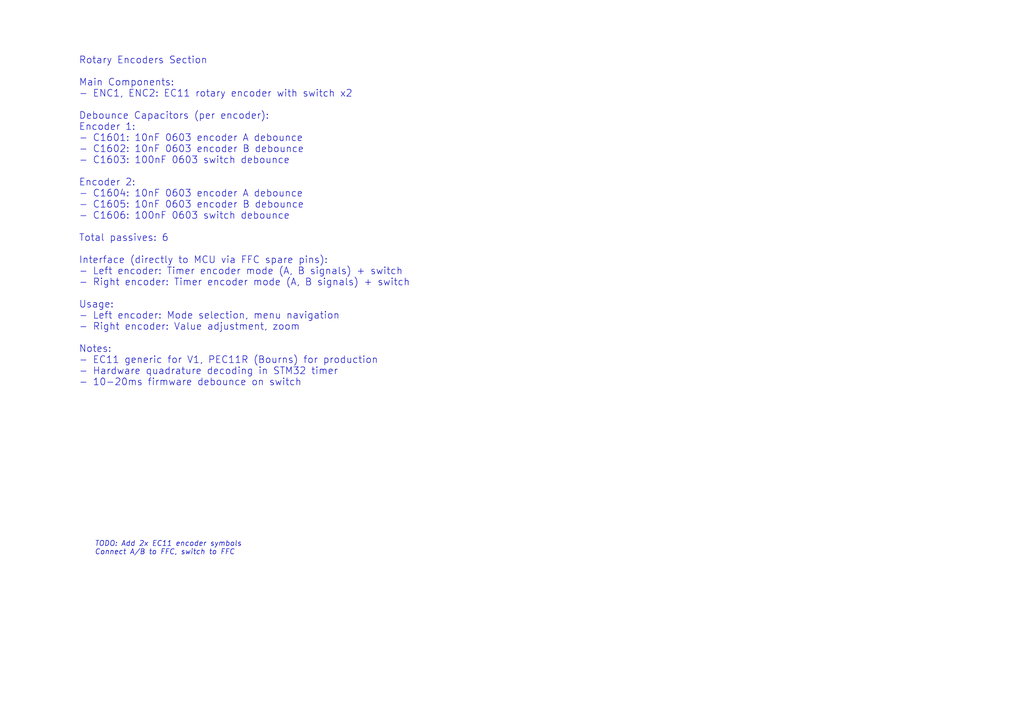
<source format=kicad_sch>
(kicad_sch
	(version 20250114)
	(generator "eeschema")
	(generator_version "9.0")
	(uuid "80ed3fab-957a-4bd9-a5f2-e7209d00c6e7")
	(paper "A4")
	(title_block
		(title "Section 16: Rotary Encoders")
		(date "2026-01-28")
		(rev "0.1")
		(company "IMSAFE Project")
		(comment 1 "EC11 Rotary Encoders with Switches")
		(comment 2 "Menu navigation and value adjustment")
	)
	(lib_symbols)
	(text "TODO: Add 2x EC11 encoder symbols\nConnect A/B to FFC, switch to FFC"
		(exclude_from_sim no)
		(at 27.432 159.004 0)
		(effects
			(font
				(size 1.5 1.5)
				(italic yes)
			)
			(justify left)
		)
		(uuid "b77e35e0-5a0d-4399-a9f0-da90ad44a801")
	)
	(text "Rotary Encoders Section\n\nMain Components:\n- ENC1, ENC2: EC11 rotary encoder with switch x2\n\nDebounce Capacitors (per encoder):\nEncoder 1:\n- C1601: 10nF 0603 encoder A debounce\n- C1602: 10nF 0603 encoder B debounce\n- C1603: 100nF 0603 switch debounce\n\nEncoder 2:\n- C1604: 10nF 0603 encoder A debounce\n- C1605: 10nF 0603 encoder B debounce\n- C1606: 100nF 0603 switch debounce\n\nTotal passives: 6\n\nInterface (directly to MCU via FFC spare pins):\n- Left encoder: Timer encoder mode (A, B signals) + switch\n- Right encoder: Timer encoder mode (A, B signals) + switch\n\nUsage:\n- Left encoder: Mode selection, menu navigation\n- Right encoder: Value adjustment, zoom\n\nNotes:\n- EC11 generic for V1, PEC11R (Bourns) for production\n- Hardware quadrature decoding in STM32 timer\n- 10-20ms firmware debounce on switch"
		(exclude_from_sim no)
		(at 22.86 64.262 0)
		(effects
			(font
				(size 2 2)
			)
			(justify left)
		)
		(uuid "eb0288a6-dbb4-4db9-bcd8-d2fb2275b03d")
	)
)

</source>
